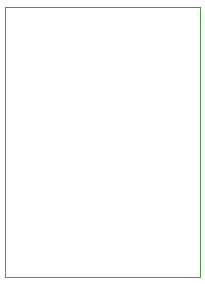
<source format=gbr>
%TF.GenerationSoftware,KiCad,Pcbnew,(5.1.6)-1*%
%TF.CreationDate,2022-04-11T16:24:12-05:00*%
%TF.ProjectId,spindle_connector,7370696e-646c-4655-9f63-6f6e6e656374,rev?*%
%TF.SameCoordinates,Original*%
%TF.FileFunction,Profile,NP*%
%FSLAX46Y46*%
G04 Gerber Fmt 4.6, Leading zero omitted, Abs format (unit mm)*
G04 Created by KiCad (PCBNEW (5.1.6)-1) date 2022-04-11 16:24:12*
%MOMM*%
%LPD*%
G01*
G04 APERTURE LIST*
%TA.AperFunction,Profile*%
%ADD10C,0.050000*%
%TD*%
G04 APERTURE END LIST*
D10*
X0Y22860000D02*
X0Y0D01*
X16510000Y22860000D02*
X0Y22860000D01*
X16510000Y0D02*
X16510000Y22860000D01*
X0Y0D02*
X16510000Y0D01*
M02*

</source>
